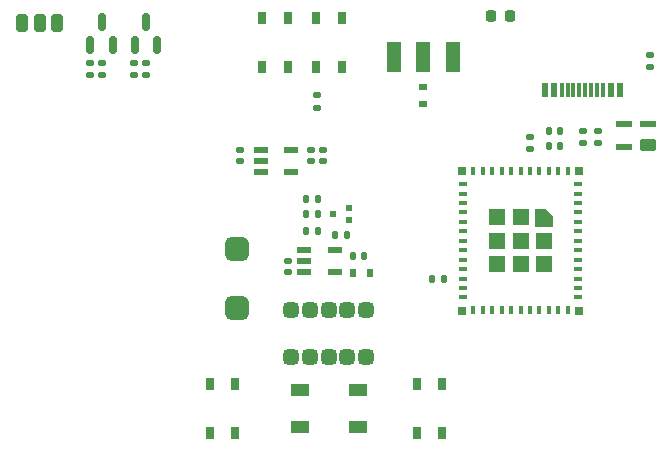
<source format=gbr>
%TF.GenerationSoftware,KiCad,Pcbnew,(6.0.9-0)*%
%TF.CreationDate,2023-02-23T20:44:17-08:00*%
%TF.ProjectId,esp32 caliper,65737033-3220-4636-916c-697065722e6b,rev?*%
%TF.SameCoordinates,Original*%
%TF.FileFunction,Paste,Top*%
%TF.FilePolarity,Positive*%
%FSLAX46Y46*%
G04 Gerber Fmt 4.6, Leading zero omitted, Abs format (unit mm)*
G04 Created by KiCad (PCBNEW (6.0.9-0)) date 2023-02-23 20:44:17*
%MOMM*%
%LPD*%
G01*
G04 APERTURE LIST*
G04 Aperture macros list*
%AMRoundRect*
0 Rectangle with rounded corners*
0 $1 Rounding radius*
0 $2 $3 $4 $5 $6 $7 $8 $9 X,Y pos of 4 corners*
0 Add a 4 corners polygon primitive as box body*
4,1,4,$2,$3,$4,$5,$6,$7,$8,$9,$2,$3,0*
0 Add four circle primitives for the rounded corners*
1,1,$1+$1,$2,$3*
1,1,$1+$1,$4,$5*
1,1,$1+$1,$6,$7*
1,1,$1+$1,$8,$9*
0 Add four rect primitives between the rounded corners*
20,1,$1+$1,$2,$3,$4,$5,0*
20,1,$1+$1,$4,$5,$6,$7,0*
20,1,$1+$1,$6,$7,$8,$9,0*
20,1,$1+$1,$8,$9,$2,$3,0*%
G04 Aperture macros list end*
%ADD10C,0.010000*%
%ADD11RoundRect,0.135000X-0.135000X-0.185000X0.135000X-0.185000X0.135000X0.185000X-0.135000X0.185000X0*%
%ADD12RoundRect,0.140000X-0.140000X-0.170000X0.140000X-0.170000X0.140000X0.170000X-0.140000X0.170000X0*%
%ADD13RoundRect,0.250000X0.250000X-0.500000X0.250000X0.500000X-0.250000X0.500000X-0.250000X-0.500000X0*%
%ADD14RoundRect,0.500000X0.500000X0.500000X-0.500000X0.500000X-0.500000X-0.500000X0.500000X-0.500000X0*%
%ADD15R,1.200000X2.500000*%
%ADD16R,0.600000X1.150000*%
%ADD17R,0.300000X1.150000*%
%ADD18R,0.650000X1.050000*%
%ADD19RoundRect,0.135000X0.185000X-0.135000X0.185000X0.135000X-0.185000X0.135000X-0.185000X-0.135000X0*%
%ADD20RoundRect,0.135000X-0.185000X0.135000X-0.185000X-0.135000X0.185000X-0.135000X0.185000X0.135000X0*%
%ADD21RoundRect,0.150000X0.150000X-0.587500X0.150000X0.587500X-0.150000X0.587500X-0.150000X-0.587500X0*%
%ADD22RoundRect,0.218750X-0.218750X-0.256250X0.218750X-0.256250X0.218750X0.256250X-0.218750X0.256250X0*%
%ADD23RoundRect,0.325000X0.325000X0.325000X-0.325000X0.325000X-0.325000X-0.325000X0.325000X-0.325000X0*%
%ADD24RoundRect,0.325000X-0.325000X-0.325000X0.325000X-0.325000X0.325000X0.325000X-0.325000X0.325000X0*%
%ADD25RoundRect,0.140000X0.170000X-0.140000X0.170000X0.140000X-0.170000X0.140000X-0.170000X-0.140000X0*%
%ADD26R,1.500000X1.000000*%
%ADD27RoundRect,0.135000X0.135000X0.185000X-0.135000X0.185000X-0.135000X-0.185000X0.135000X-0.185000X0*%
%ADD28RoundRect,0.140000X-0.170000X0.140000X-0.170000X-0.140000X0.170000X-0.140000X0.170000X0.140000X0*%
%ADD29R,0.700000X0.600000*%
%ADD30RoundRect,0.088500X-0.516500X-0.206500X0.516500X-0.206500X0.516500X0.206500X-0.516500X0.206500X0*%
%ADD31R,0.600000X0.500000*%
%ADD32R,0.400000X0.800000*%
%ADD33R,0.800000X0.400000*%
%ADD34R,1.450000X1.450000*%
%ADD35R,0.700000X0.700000*%
%ADD36RoundRect,0.099000X0.551000X-0.396000X0.551000X0.396000X-0.551000X0.396000X-0.551000X-0.396000X0*%
%ADD37RoundRect,0.059000X0.591000X-0.236000X0.591000X0.236000X-0.591000X0.236000X-0.591000X-0.236000X0*%
%ADD38R,0.600000X0.700000*%
%ADD39R,1.270000X0.558800*%
G04 APERTURE END LIST*
%TO.C,U4*%
G36*
X185420000Y-72195000D02*
G01*
X185420000Y-73045000D01*
X183970000Y-73045000D01*
X183970000Y-71595000D01*
X184820000Y-71595000D01*
X185420000Y-72195000D01*
G37*
D10*
X185420000Y-72195000D02*
X185420000Y-73045000D01*
X183970000Y-73045000D01*
X183970000Y-71595000D01*
X184820000Y-71595000D01*
X185420000Y-72195000D01*
%TD*%
D11*
%TO.C,R14*%
X175240000Y-77500000D03*
X176260000Y-77500000D03*
%TD*%
D12*
%TO.C,C1*%
X169490400Y-75560200D03*
X168530400Y-75560200D03*
%TD*%
D13*
%TO.C,U2*%
X140500000Y-55880000D03*
X142000000Y-55880000D03*
X143500000Y-55880000D03*
%TD*%
D14*
%TO.C,BT1*%
X158750000Y-80000000D03*
X158750000Y-75000000D03*
%TD*%
D15*
%TO.C,S1*%
X177000000Y-58750000D03*
X174500000Y-58750000D03*
X172000000Y-58750000D03*
%TD*%
D16*
%TO.C,J1*%
X191150000Y-61565000D03*
X190350000Y-61565000D03*
D17*
X189200000Y-61565000D03*
X188200000Y-61565000D03*
X187700000Y-61565000D03*
X186700000Y-61565000D03*
D16*
X184750000Y-61565000D03*
X185550000Y-61565000D03*
D17*
X186200000Y-61565000D03*
X187200000Y-61565000D03*
X188700000Y-61565000D03*
X189700000Y-61565000D03*
%TD*%
D18*
%TO.C,SW4*%
X173925000Y-90575000D03*
X173925000Y-86425000D03*
X176075000Y-90575000D03*
X176075000Y-86450000D03*
%TD*%
%TO.C,SW3*%
X158575000Y-86425000D03*
X158575000Y-90575000D03*
X156425000Y-86425000D03*
X156425000Y-90550000D03*
%TD*%
%TO.C,SW2*%
X165425000Y-59550000D03*
X165425000Y-55425000D03*
X167575000Y-59575000D03*
X167575000Y-55425000D03*
%TD*%
%TO.C,SW1*%
X163000000Y-55425000D03*
X163000000Y-59575000D03*
X160850000Y-55425000D03*
X160850000Y-59550000D03*
%TD*%
D19*
%TO.C,R13*%
X183500000Y-66510000D03*
X183500000Y-65490000D03*
%TD*%
D20*
%TO.C,R12*%
X147250000Y-59240000D03*
X147250000Y-60260000D03*
%TD*%
%TO.C,R11*%
X146250000Y-60260000D03*
X146250000Y-59240000D03*
%TD*%
%TO.C,R2*%
X151000000Y-59240000D03*
X151000000Y-60260000D03*
%TD*%
D21*
%TO.C,Q2*%
X146300000Y-57687500D03*
X148200000Y-57687500D03*
X147250000Y-55812500D03*
%TD*%
%TO.C,Q1*%
X151000000Y-55812500D03*
X151950000Y-57687500D03*
X150050000Y-57687500D03*
%TD*%
D22*
%TO.C,D5*%
X180212500Y-55300000D03*
X181787500Y-55300000D03*
%TD*%
D12*
%TO.C,C10*%
X185100000Y-66270000D03*
X186060000Y-66270000D03*
%TD*%
D23*
%TO.C,U6*%
X163262000Y-84175000D03*
X164862000Y-84175000D03*
X166462000Y-84175000D03*
X168062000Y-84175000D03*
X169662000Y-84175000D03*
D24*
X163262000Y-80175000D03*
X164862000Y-80175000D03*
X166462000Y-80175000D03*
X168062000Y-80175000D03*
X169662000Y-80175000D03*
%TD*%
D25*
%TO.C,C2*%
X163010400Y-76940200D03*
X163010400Y-75980200D03*
%TD*%
D20*
%TO.C,R1*%
X150000000Y-59240000D03*
X150000000Y-60260000D03*
%TD*%
D26*
%TO.C,D2*%
X168950000Y-90100000D03*
X168950000Y-86900000D03*
X164050000Y-86900000D03*
X164050000Y-90100000D03*
%TD*%
D27*
%TO.C,R8*%
X168020400Y-73810200D03*
X167000400Y-73810200D03*
%TD*%
D12*
%TO.C,C9*%
X185100000Y-65000000D03*
X186060000Y-65000000D03*
%TD*%
D28*
%TO.C,C4*%
X166000000Y-66580200D03*
X166000000Y-67540200D03*
%TD*%
D11*
%TO.C,R3*%
X164570000Y-70755000D03*
X165590000Y-70755000D03*
%TD*%
D29*
%TO.C,D3*%
X174500000Y-62700000D03*
X174500000Y-61300000D03*
%TD*%
D30*
%TO.C,U3*%
X160745000Y-66610200D03*
X160745000Y-67560200D03*
X160745000Y-68510200D03*
X163255000Y-68510200D03*
X163255000Y-66610200D03*
%TD*%
D19*
%TO.C,R6*%
X193675000Y-59565000D03*
X193675000Y-58545000D03*
%TD*%
D27*
%TO.C,R7*%
X165590000Y-72025000D03*
X164570000Y-72025000D03*
%TD*%
D31*
%TO.C,Q3*%
X168160400Y-72525000D03*
X168160400Y-71525000D03*
X166860400Y-72025000D03*
%TD*%
D19*
%TO.C,R4*%
X189250000Y-66010000D03*
X189250000Y-64990000D03*
%TD*%
D28*
%TO.C,C3*%
X159000000Y-66580200D03*
X159000000Y-67540200D03*
%TD*%
D27*
%TO.C,R9*%
X165590000Y-73460200D03*
X164570000Y-73460200D03*
%TD*%
D19*
%TO.C,R5*%
X188020000Y-66010000D03*
X188020000Y-64990000D03*
%TD*%
D32*
%TO.C,U4*%
X186720000Y-68395000D03*
X185920000Y-68395000D03*
X185120000Y-68395000D03*
X184320000Y-68395000D03*
X183520000Y-68395000D03*
X182720000Y-68395000D03*
X181920000Y-68395000D03*
X181120000Y-68395000D03*
X180320000Y-68395000D03*
X179520000Y-68395000D03*
X178720000Y-68395000D03*
D33*
X177820000Y-69495000D03*
X177820000Y-70295000D03*
X177820000Y-71095000D03*
X177820000Y-71895000D03*
X177820000Y-72695000D03*
X177820000Y-73495000D03*
X177820000Y-74295000D03*
X177820000Y-75095000D03*
X177820000Y-75895000D03*
X177820000Y-76695000D03*
X177820000Y-77495000D03*
X177820000Y-78295000D03*
X177820000Y-79095000D03*
D32*
X178720000Y-80195000D03*
X179520000Y-80195000D03*
X180320000Y-80195000D03*
X181120000Y-80195000D03*
X181920000Y-80195000D03*
X182720000Y-80195000D03*
X183520000Y-80195000D03*
X184320000Y-80195000D03*
X185120000Y-80195000D03*
X185920000Y-80195000D03*
X186720000Y-80195000D03*
D33*
X187620000Y-79095000D03*
X187620000Y-78295000D03*
X187620000Y-77495000D03*
X187620000Y-76695000D03*
X187620000Y-75895000D03*
X187620000Y-75095000D03*
X187620000Y-74295000D03*
X187620000Y-73495000D03*
X187620000Y-72695000D03*
X187620000Y-71895000D03*
X187620000Y-71095000D03*
X187620000Y-70295000D03*
X187620000Y-69495000D03*
D34*
X184695000Y-74295000D03*
X184695000Y-76270000D03*
X182720000Y-76270000D03*
X180745000Y-76270000D03*
X180745000Y-74295000D03*
X180745000Y-72320000D03*
X182720000Y-72320000D03*
X182720000Y-74295000D03*
D35*
X187670000Y-80245000D03*
X177770000Y-80245000D03*
X177770000Y-68345000D03*
X187670000Y-68345000D03*
%TD*%
D28*
%TO.C,C5*%
X165000000Y-66580200D03*
X165000000Y-67540200D03*
%TD*%
D36*
%TO.C,D1*%
X193525000Y-66165000D03*
D37*
X193525000Y-64445000D03*
X191475000Y-64445000D03*
X191475000Y-66365000D03*
%TD*%
D19*
%TO.C,R10*%
X165500000Y-63010000D03*
X165500000Y-61990000D03*
%TD*%
D38*
%TO.C,D4*%
X169950000Y-77000000D03*
X168550000Y-77000000D03*
%TD*%
D39*
%TO.C,U1*%
X164419600Y-75060200D03*
X164419600Y-76000000D03*
X164419600Y-76939800D03*
X167010400Y-76939800D03*
X167010400Y-75060200D03*
%TD*%
M02*

</source>
